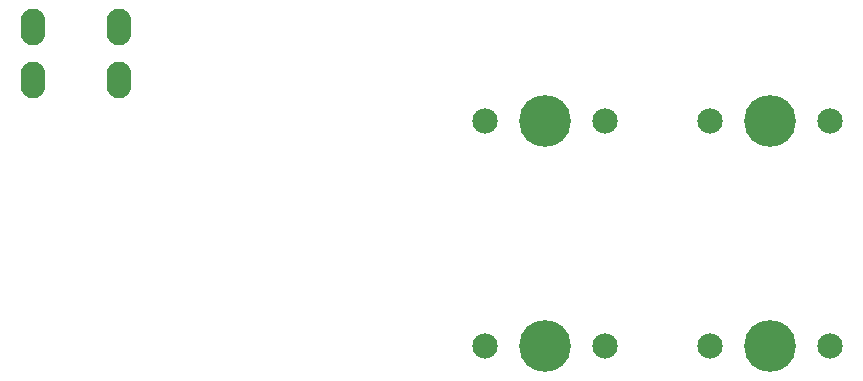
<source format=gts>
G04 #@! TF.GenerationSoftware,KiCad,Pcbnew,(5.1.2)-1*
G04 #@! TF.CreationDate,2019-06-01T19:46:23-07:00*
G04 #@! TF.ProjectId,ai03-pcb-guide,61693033-2d70-4636-922d-67756964652e,rev?*
G04 #@! TF.SameCoordinates,Original*
G04 #@! TF.FileFunction,Soldermask,Top*
G04 #@! TF.FilePolarity,Negative*
%FSLAX46Y46*%
G04 Gerber Fmt 4.6, Leading zero omitted, Abs format (unit mm)*
G04 Created by KiCad (PCBNEW (5.1.2)-1) date 2019-06-01 19:46:23*
%MOMM*%
%LPD*%
G04 APERTURE LIST*
%ADD10C,2.150000*%
%ADD11C,4.387800*%
%ADD12O,2.100000X3.100000*%
G04 APERTURE END LIST*
D10*
X103505000Y-90487500D03*
X93345000Y-90487500D03*
D11*
X98425000Y-90487500D03*
D10*
X84455000Y-90487500D03*
X74295000Y-90487500D03*
D11*
X79375000Y-90487500D03*
D10*
X103505000Y-71437500D03*
X93345000Y-71437500D03*
D11*
X98425000Y-71437500D03*
D10*
X84455000Y-71437500D03*
X74295000Y-71437500D03*
D11*
X79375000Y-71437500D03*
D12*
X36037500Y-68000000D03*
X43337500Y-68000000D03*
X43337500Y-63500000D03*
X36037500Y-63500000D03*
M02*

</source>
